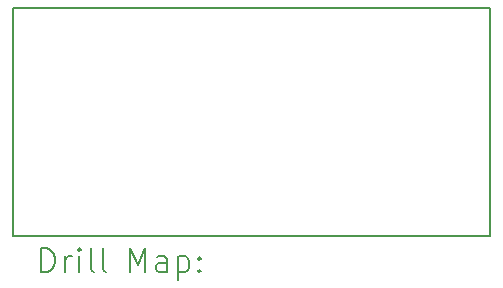
<source format=gbr>
%TF.GenerationSoftware,KiCad,Pcbnew,(7.0.0)*%
%TF.CreationDate,2023-03-19T23:03:27+01:00*%
%TF.ProjectId,milling-test,6d696c6c-696e-4672-9d74-6573742e6b69,rev?*%
%TF.SameCoordinates,Original*%
%TF.FileFunction,Drillmap*%
%TF.FilePolarity,Positive*%
%FSLAX45Y45*%
G04 Gerber Fmt 4.5, Leading zero omitted, Abs format (unit mm)*
G04 Created by KiCad (PCBNEW (7.0.0)) date 2023-03-19 23:03:27*
%MOMM*%
%LPD*%
G01*
G04 APERTURE LIST*
%ADD10C,0.200000*%
G04 APERTURE END LIST*
D10*
X5918200Y-2971800D02*
X9956800Y-2971800D01*
X9956800Y-2971800D02*
X9956800Y-4902200D01*
X9956800Y-4902200D02*
X5918200Y-4902200D01*
X5918200Y-4902200D02*
X5918200Y-2971800D01*
X6155819Y-5205676D02*
X6155819Y-5005676D01*
X6155819Y-5005676D02*
X6203438Y-5005676D01*
X6203438Y-5005676D02*
X6232009Y-5015200D01*
X6232009Y-5015200D02*
X6251057Y-5034248D01*
X6251057Y-5034248D02*
X6260581Y-5053295D01*
X6260581Y-5053295D02*
X6270105Y-5091390D01*
X6270105Y-5091390D02*
X6270105Y-5119962D01*
X6270105Y-5119962D02*
X6260581Y-5158057D01*
X6260581Y-5158057D02*
X6251057Y-5177105D01*
X6251057Y-5177105D02*
X6232009Y-5196152D01*
X6232009Y-5196152D02*
X6203438Y-5205676D01*
X6203438Y-5205676D02*
X6155819Y-5205676D01*
X6355819Y-5205676D02*
X6355819Y-5072343D01*
X6355819Y-5110438D02*
X6365343Y-5091390D01*
X6365343Y-5091390D02*
X6374867Y-5081867D01*
X6374867Y-5081867D02*
X6393914Y-5072343D01*
X6393914Y-5072343D02*
X6412962Y-5072343D01*
X6479628Y-5205676D02*
X6479628Y-5072343D01*
X6479628Y-5005676D02*
X6470105Y-5015200D01*
X6470105Y-5015200D02*
X6479628Y-5024724D01*
X6479628Y-5024724D02*
X6489152Y-5015200D01*
X6489152Y-5015200D02*
X6479628Y-5005676D01*
X6479628Y-5005676D02*
X6479628Y-5024724D01*
X6603438Y-5205676D02*
X6584390Y-5196152D01*
X6584390Y-5196152D02*
X6574867Y-5177105D01*
X6574867Y-5177105D02*
X6574867Y-5005676D01*
X6708200Y-5205676D02*
X6689152Y-5196152D01*
X6689152Y-5196152D02*
X6679628Y-5177105D01*
X6679628Y-5177105D02*
X6679628Y-5005676D01*
X6904390Y-5205676D02*
X6904390Y-5005676D01*
X6904390Y-5005676D02*
X6971057Y-5148533D01*
X6971057Y-5148533D02*
X7037724Y-5005676D01*
X7037724Y-5005676D02*
X7037724Y-5205676D01*
X7218676Y-5205676D02*
X7218676Y-5100914D01*
X7218676Y-5100914D02*
X7209152Y-5081867D01*
X7209152Y-5081867D02*
X7190105Y-5072343D01*
X7190105Y-5072343D02*
X7152009Y-5072343D01*
X7152009Y-5072343D02*
X7132962Y-5081867D01*
X7218676Y-5196152D02*
X7199628Y-5205676D01*
X7199628Y-5205676D02*
X7152009Y-5205676D01*
X7152009Y-5205676D02*
X7132962Y-5196152D01*
X7132962Y-5196152D02*
X7123438Y-5177105D01*
X7123438Y-5177105D02*
X7123438Y-5158057D01*
X7123438Y-5158057D02*
X7132962Y-5139010D01*
X7132962Y-5139010D02*
X7152009Y-5129486D01*
X7152009Y-5129486D02*
X7199628Y-5129486D01*
X7199628Y-5129486D02*
X7218676Y-5119962D01*
X7313914Y-5072343D02*
X7313914Y-5272343D01*
X7313914Y-5081867D02*
X7332962Y-5072343D01*
X7332962Y-5072343D02*
X7371057Y-5072343D01*
X7371057Y-5072343D02*
X7390105Y-5081867D01*
X7390105Y-5081867D02*
X7399628Y-5091390D01*
X7399628Y-5091390D02*
X7409152Y-5110438D01*
X7409152Y-5110438D02*
X7409152Y-5167581D01*
X7409152Y-5167581D02*
X7399628Y-5186629D01*
X7399628Y-5186629D02*
X7390105Y-5196152D01*
X7390105Y-5196152D02*
X7371057Y-5205676D01*
X7371057Y-5205676D02*
X7332962Y-5205676D01*
X7332962Y-5205676D02*
X7313914Y-5196152D01*
X7494867Y-5186629D02*
X7504390Y-5196152D01*
X7504390Y-5196152D02*
X7494867Y-5205676D01*
X7494867Y-5205676D02*
X7485343Y-5196152D01*
X7485343Y-5196152D02*
X7494867Y-5186629D01*
X7494867Y-5186629D02*
X7494867Y-5205676D01*
X7494867Y-5081867D02*
X7504390Y-5091390D01*
X7504390Y-5091390D02*
X7494867Y-5100914D01*
X7494867Y-5100914D02*
X7485343Y-5091390D01*
X7485343Y-5091390D02*
X7494867Y-5081867D01*
X7494867Y-5081867D02*
X7494867Y-5100914D01*
M02*

</source>
